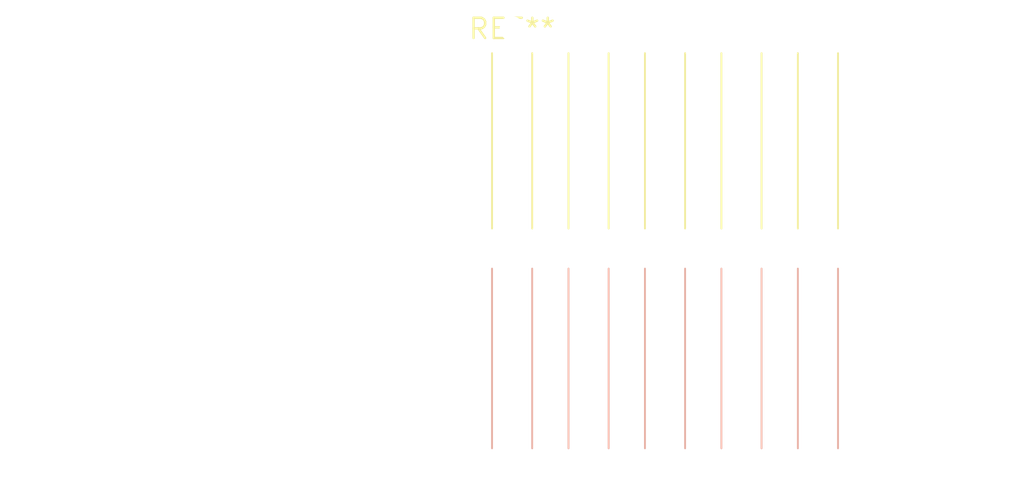
<source format=kicad_pcb>
(kicad_pcb (version 20240108) (generator pcbnew)
  (layers (0 "F.Cu" signal) (31 "B.Cu" signal) (34 "B.Paste" user) (35 "F.Paste" user) (36 "B.SilkS" user "B.Silkscreen") (37 "F.SilkS" user "F.Silkscreen") (38 "B.Mask" user) (39 "F.Mask" user) (44 "Edge.Cuts" user))
  (net 0 "")
  (footprint "SolderWire-0.75sqmm_1x05_P4.8mm_D1.25mm_OD2.3mm_Relief2x" (layer "F.Cu") (at 0 0)
    (property "Reference" "REF**")
    (property "Value" "SolderWire-0.75sqmm_1x05_P4.8mm_D1.25mm_OD2.3mm_Relief2x")
    (fp_line (start -1.26 15.06) (end -1.26 26.34) (layer "B.SilkS") (stroke (width 0.12)))
    (fp_line (start 1.26 15.06) (end 1.26 26.34) (layer "B.SilkS") (stroke (width 0.12)))
    (fp_line (start 3.54 15.06) (end 3.54 26.34) (layer "B.SilkS") (stroke (width 0.12)))
    (fp_line (start 6.06 15.06) (end 6.06 26.34) (layer "B.SilkS") (stroke (width 0.12)))
    (fp_line (start 8.34 15.06) (end 8.34 26.34) (layer "B.SilkS") (stroke (width 0.12)))
    (fp_line (start 10.86 15.06) (end 10.86 26.34) (layer "B.SilkS") (stroke (width 0.12)))
    (fp_line (start 13.14 15.06) (end 13.14 26.34) (layer "B.SilkS") (stroke (width 0.12)))
    (fp_line (start 15.66 15.06) (end 15.66 26.34) (layer "B.SilkS") (stroke (width 0.12)))
    (fp_line (start 17.94 15.06) (end 17.94 26.34) (layer "B.SilkS") (stroke (width 0.12)))
    (fp_line (start 20.46 15.06) (end 20.46 26.34) (layer "B.SilkS") (stroke (width 0.12)))
    (fp_line (start -1.26 1.535) (end -1.26 12.54) (layer "F.SilkS") (stroke (width 0.12)))
    (fp_line (start 1.26 1.535) (end 1.26 12.54) (layer "F.SilkS") (stroke (width 0.12)))
    (fp_line (start 3.54 1.535) (end 3.54 12.54) (layer "F.SilkS") (stroke (width 0.12)))
    (fp_line (start 6.06 1.535) (end 6.06 12.54) (layer "F.SilkS") (stroke (width 0.12)))
    (fp_line (start 8.34 1.535) (end 8.34 12.54) (layer "F.SilkS") (stroke (width 0.12)))
    (fp_line (start 10.86 1.535) (end 10.86 12.54) (layer "F.SilkS") (stroke (width 0.12)))
    (fp_line (start 13.14 1.535) (end 13.14 12.54) (layer "F.SilkS") (stroke (width 0.12)))
    (fp_line (start 15.66 1.535) (end 15.66 12.54) (layer "F.SilkS") (stroke (width 0.12)))
    (fp_line (start 17.94 1.535) (end 17.94 12.54) (layer "F.SilkS") (stroke (width 0.12)))
    (fp_line (start 20.46 1.535) (end 20.46 12.54) (layer "F.SilkS") (stroke (width 0.12)))
    (pad "" np_thru_hole circle (at 0 13.8) (size 2.8 2.8) (drill 2.8) (layers *.Cu *.Mask))
    (pad "" np_thru_hole circle (at 0 27.6) (size 2.8 2.8) (drill 2.8) (layers *.Cu *.Mask))
    (pad "" np_thru_hole circle (at 4.8 13.8) (size 2.8 2.8) (drill 2.8) (layers *.Cu *.Mask))
    (pad "" np_thru_hole circle (at 4.8 27.6) (size 2.8 2.8) (drill 2.8) (layers *.Cu *.Mask))
    (pad "" np_thru_hole circle (at 9.6 13.8) (size 2.8 2.8) (drill 2.8) (layers *.Cu *.Mask))
    (pad "" np_thru_hole circle (at 9.6 27.6) (size 2.8 2.8) (drill 2.8) (layers *.Cu *.Mask))
    (pad "" np_thru_hole circle (at 14.4 13.8) (size 2.8 2.8) (drill 2.8) (layers *.Cu *.Mask))
    (pad "" np_thru_hole circle (at 14.4 27.6) (size 2.8 2.8) (drill 2.8) (layers *.Cu *.Mask))
    (pad "" np_thru_hole circle (at 19.2 13.8) (size 2.8 2.8) (drill 2.8) (layers *.Cu *.Mask))
    (pad "" np_thru_hole circle (at 19.2 27.6) (size 2.8 2.8) (drill 2.8) (layers *.Cu *.Mask))
    (pad "1" thru_hole roundrect (at 0 0) (size 2.55 2.55) (drill 1.55) (layers *.Cu *.Mask) (remove_unused_layers) (roundrect_rratio 0.098039))
    (pad "2" thru_hole circle (at 4.8 0) (size 2.55 2.55) (drill 1.55) (layers *.Cu *.Mask) (remove_unused_layers))
    (pad "3" thru_hole circle (at 9.6 0) (size 2.55 2.55) (drill 1.55) (layers *.Cu *.Mask) (remove_unused_layers))
    (pad "4" thru_hole circle (at 14.4 0) (size 2.55 2.55) (drill 1.55) (layers *.Cu *.Mask) (remove_unused_layers))
    (pad "5" thru_hole circle (at 19.2 0) (size 2.55 2.55) (drill 1.55) (layers *.Cu *.Mask) (remove_unused_layers))
  )
)
</source>
